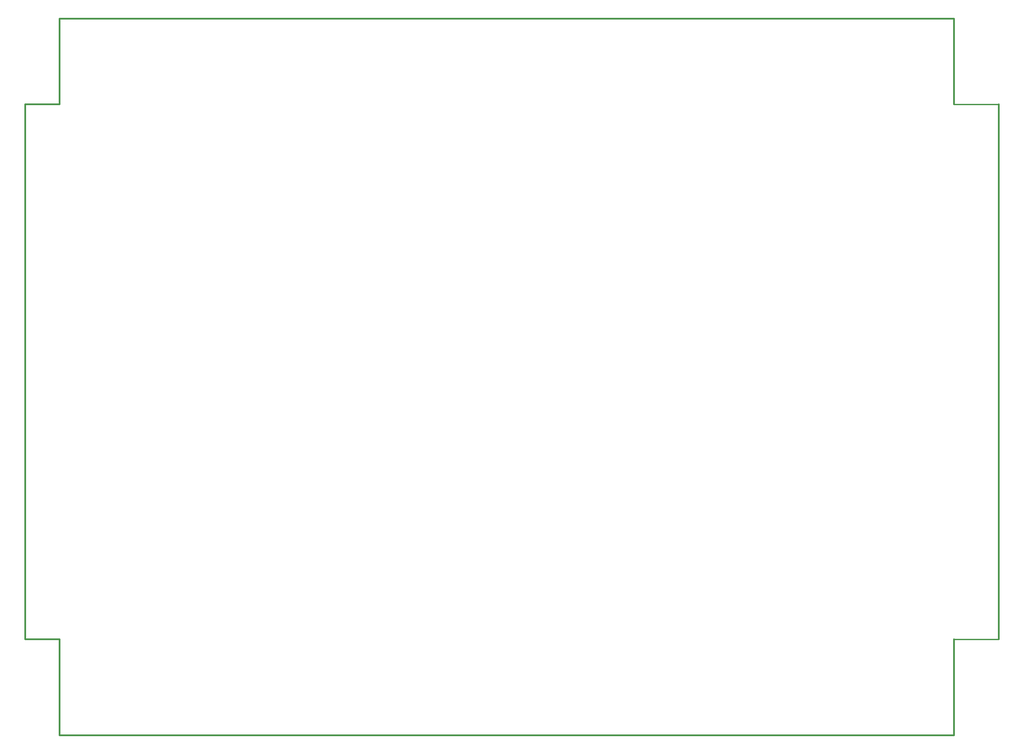
<source format=gko>
%FSLAX44Y44*%
%MOMM*%
G71*
G01*
G75*
G04 Layer_Color=16711935*
G04:AMPARAMS|DCode=10|XSize=1.1mm|YSize=1mm|CornerRadius=0.15mm|HoleSize=0mm|Usage=FLASHONLY|Rotation=0.000|XOffset=0mm|YOffset=0mm|HoleType=Round|Shape=RoundedRectangle|*
%AMROUNDEDRECTD10*
21,1,1.1000,0.7000,0,0,0.0*
21,1,0.8000,1.0000,0,0,0.0*
1,1,0.3000,0.4000,-0.3500*
1,1,0.3000,-0.4000,-0.3500*
1,1,0.3000,-0.4000,0.3500*
1,1,0.3000,0.4000,0.3500*
%
%ADD10ROUNDEDRECTD10*%
G04:AMPARAMS|DCode=11|XSize=1.1mm|YSize=1mm|CornerRadius=0.15mm|HoleSize=0mm|Usage=FLASHONLY|Rotation=270.000|XOffset=0mm|YOffset=0mm|HoleType=Round|Shape=RoundedRectangle|*
%AMROUNDEDRECTD11*
21,1,1.1000,0.7000,0,0,270.0*
21,1,0.8000,1.0000,0,0,270.0*
1,1,0.3000,-0.3500,-0.4000*
1,1,0.3000,-0.3500,0.4000*
1,1,0.3000,0.3500,0.4000*
1,1,0.3000,0.3500,-0.4000*
%
%ADD11ROUNDEDRECTD11*%
G04:AMPARAMS|DCode=12|XSize=1.4mm|YSize=3mm|CornerRadius=0.21mm|HoleSize=0mm|Usage=FLASHONLY|Rotation=270.000|XOffset=0mm|YOffset=0mm|HoleType=Round|Shape=RoundedRectangle|*
%AMROUNDEDRECTD12*
21,1,1.4000,2.5800,0,0,270.0*
21,1,0.9800,3.0000,0,0,270.0*
1,1,0.4200,-1.2900,-0.4900*
1,1,0.4200,-1.2900,0.4900*
1,1,0.4200,1.2900,0.4900*
1,1,0.4200,1.2900,-0.4900*
%
%ADD12ROUNDEDRECTD12*%
%ADD13O,0.8000X1.5000*%
%ADD14R,0.8000X1.5000*%
%ADD15O,1.5000X0.8000*%
%ADD16R,1.5000X0.8000*%
G04:AMPARAMS|DCode=17|XSize=0.35mm|YSize=0.9mm|CornerRadius=0.0525mm|HoleSize=0mm|Usage=FLASHONLY|Rotation=90.000|XOffset=0mm|YOffset=0mm|HoleType=Round|Shape=RoundedRectangle|*
%AMROUNDEDRECTD17*
21,1,0.3500,0.7950,0,0,90.0*
21,1,0.2450,0.9000,0,0,90.0*
1,1,0.1050,0.3975,0.1225*
1,1,0.1050,0.3975,-0.1225*
1,1,0.1050,-0.3975,-0.1225*
1,1,0.1050,-0.3975,0.1225*
%
%ADD17ROUNDEDRECTD17*%
G04:AMPARAMS|DCode=18|XSize=3.3mm|YSize=1.1mm|CornerRadius=0.165mm|HoleSize=0mm|Usage=FLASHONLY|Rotation=270.000|XOffset=0mm|YOffset=0mm|HoleType=Round|Shape=RoundedRectangle|*
%AMROUNDEDRECTD18*
21,1,3.3000,0.7700,0,0,270.0*
21,1,2.9700,1.1000,0,0,270.0*
1,1,0.3300,-0.3850,-1.4850*
1,1,0.3300,-0.3850,1.4850*
1,1,0.3300,0.3850,1.4850*
1,1,0.3300,0.3850,-1.4850*
%
%ADD18ROUNDEDRECTD18*%
G04:AMPARAMS|DCode=19|XSize=0.65mm|YSize=1.4mm|CornerRadius=0.0975mm|HoleSize=0mm|Usage=FLASHONLY|Rotation=0.000|XOffset=0mm|YOffset=0mm|HoleType=Round|Shape=RoundedRectangle|*
%AMROUNDEDRECTD19*
21,1,0.6500,1.2050,0,0,0.0*
21,1,0.4550,1.4000,0,0,0.0*
1,1,0.1950,0.2275,-0.6025*
1,1,0.1950,-0.2275,-0.6025*
1,1,0.1950,-0.2275,0.6025*
1,1,0.1950,0.2275,0.6025*
%
%ADD19ROUNDEDRECTD19*%
G04:AMPARAMS|DCode=20|XSize=2.7mm|YSize=1.6mm|CornerRadius=0.08mm|HoleSize=0mm|Usage=FLASHONLY|Rotation=90.000|XOffset=0mm|YOffset=0mm|HoleType=Round|Shape=RoundedRectangle|*
%AMROUNDEDRECTD20*
21,1,2.7000,1.4400,0,0,90.0*
21,1,2.5400,1.6000,0,0,90.0*
1,1,0.1600,0.7200,1.2700*
1,1,0.1600,0.7200,-1.2700*
1,1,0.1600,-0.7200,-1.2700*
1,1,0.1600,-0.7200,1.2700*
%
%ADD20ROUNDEDRECTD20*%
G04:AMPARAMS|DCode=21|XSize=2.7mm|YSize=1.6mm|CornerRadius=0mm|HoleSize=0mm|Usage=FLASHONLY|Rotation=90.000|XOffset=0mm|YOffset=0mm|HoleType=Round|Shape=Octagon|*
%AMOCTAGOND21*
4,1,8,0.4000,1.3500,-0.4000,1.3500,-0.8000,0.9500,-0.8000,-0.9500,-0.4000,-1.3500,0.4000,-1.3500,0.8000,-0.9500,0.8000,0.9500,0.4000,1.3500,0.0*
%
%ADD21OCTAGOND21*%

G04:AMPARAMS|DCode=22|XSize=0.9mm|YSize=3.05mm|CornerRadius=0.135mm|HoleSize=0mm|Usage=FLASHONLY|Rotation=90.000|XOffset=0mm|YOffset=0mm|HoleType=Round|Shape=RoundedRectangle|*
%AMROUNDEDRECTD22*
21,1,0.9000,2.7800,0,0,90.0*
21,1,0.6300,3.0500,0,0,90.0*
1,1,0.2700,1.3900,0.3150*
1,1,0.2700,1.3900,-0.3150*
1,1,0.2700,-1.3900,-0.3150*
1,1,0.2700,-1.3900,0.3150*
%
%ADD22ROUNDEDRECTD22*%
G04:AMPARAMS|DCode=23|XSize=5.55mm|YSize=6.5mm|CornerRadius=0.2775mm|HoleSize=0mm|Usage=FLASHONLY|Rotation=90.000|XOffset=0mm|YOffset=0mm|HoleType=Round|Shape=RoundedRectangle|*
%AMROUNDEDRECTD23*
21,1,5.5500,5.9450,0,0,90.0*
21,1,4.9950,6.5000,0,0,90.0*
1,1,0.5550,2.9725,2.4975*
1,1,0.5550,2.9725,-2.4975*
1,1,0.5550,-2.9725,-2.4975*
1,1,0.5550,-2.9725,2.4975*
%
%ADD23ROUNDEDRECTD23*%
G04:AMPARAMS|DCode=24|XSize=2.8mm|YSize=3.4mm|CornerRadius=0.42mm|HoleSize=0mm|Usage=FLASHONLY|Rotation=180.000|XOffset=0mm|YOffset=0mm|HoleType=Round|Shape=RoundedRectangle|*
%AMROUNDEDRECTD24*
21,1,2.8000,2.5600,0,0,180.0*
21,1,1.9600,3.4000,0,0,180.0*
1,1,0.8400,-0.9800,1.2800*
1,1,0.8400,0.9800,1.2800*
1,1,0.8400,0.9800,-1.2800*
1,1,0.8400,-0.9800,-1.2800*
%
%ADD24ROUNDEDRECTD24*%
G04:AMPARAMS|DCode=25|XSize=5.6mm|YSize=6.8mm|CornerRadius=0.28mm|HoleSize=0mm|Usage=FLASHONLY|Rotation=270.000|XOffset=0mm|YOffset=0mm|HoleType=Round|Shape=RoundedRectangle|*
%AMROUNDEDRECTD25*
21,1,5.6000,6.2400,0,0,270.0*
21,1,5.0400,6.8000,0,0,270.0*
1,1,0.5600,-3.1200,-2.5200*
1,1,0.5600,-3.1200,2.5200*
1,1,0.5600,3.1200,2.5200*
1,1,0.5600,3.1200,-2.5200*
%
%ADD25ROUNDEDRECTD25*%
G04:AMPARAMS|DCode=26|XSize=1.3mm|YSize=3.35mm|CornerRadius=0.195mm|HoleSize=0mm|Usage=FLASHONLY|Rotation=270.000|XOffset=0mm|YOffset=0mm|HoleType=Round|Shape=RoundedRectangle|*
%AMROUNDEDRECTD26*
21,1,1.3000,2.9600,0,0,270.0*
21,1,0.9100,3.3500,0,0,270.0*
1,1,0.3900,-1.4800,-0.4550*
1,1,0.3900,-1.4800,0.4550*
1,1,0.3900,1.4800,0.4550*
1,1,0.3900,1.4800,-0.4550*
%
%ADD26ROUNDEDRECTD26*%
G04:AMPARAMS|DCode=27|XSize=1.4mm|YSize=4.1mm|CornerRadius=0.21mm|HoleSize=0mm|Usage=FLASHONLY|Rotation=270.000|XOffset=0mm|YOffset=0mm|HoleType=Round|Shape=RoundedRectangle|*
%AMROUNDEDRECTD27*
21,1,1.4000,3.6800,0,0,270.0*
21,1,0.9800,4.1000,0,0,270.0*
1,1,0.4200,-1.8400,-0.4900*
1,1,0.4200,-1.8400,0.4900*
1,1,0.4200,1.8400,0.4900*
1,1,0.4200,1.8400,-0.4900*
%
%ADD27ROUNDEDRECTD27*%
G04:AMPARAMS|DCode=28|XSize=1.3mm|YSize=1mm|CornerRadius=0.15mm|HoleSize=0mm|Usage=FLASHONLY|Rotation=270.000|XOffset=0mm|YOffset=0mm|HoleType=Round|Shape=RoundedRectangle|*
%AMROUNDEDRECTD28*
21,1,1.3000,0.7000,0,0,270.0*
21,1,1.0000,1.0000,0,0,270.0*
1,1,0.3000,-0.3500,-0.5000*
1,1,0.3000,-0.3500,0.5000*
1,1,0.3000,0.3500,0.5000*
1,1,0.3000,0.3500,-0.5000*
%
%ADD28ROUNDEDRECTD28*%
%ADD29C,2.0000*%
%ADD30C,0.3000*%
%ADD31C,0.5000*%
%ADD32C,0.7500*%
%ADD33C,0.4000*%
%ADD34C,0.2000*%
%ADD35C,1.0000*%
%ADD36C,0.3100*%
%ADD37C,1.8000*%
G04:AMPARAMS|DCode=38|XSize=1.8mm|YSize=1.8mm|CornerRadius=0.27mm|HoleSize=0mm|Usage=FLASHONLY|Rotation=0.000|XOffset=0mm|YOffset=0mm|HoleType=Round|Shape=RoundedRectangle|*
%AMROUNDEDRECTD38*
21,1,1.8000,1.2600,0,0,0.0*
21,1,1.2600,1.8000,0,0,0.0*
1,1,0.5400,0.6300,-0.6300*
1,1,0.5400,-0.6300,-0.6300*
1,1,0.5400,-0.6300,0.6300*
1,1,0.5400,0.6300,0.6300*
%
%ADD38ROUNDEDRECTD38*%
%ADD39O,1.5000X2.5000*%
G04:AMPARAMS|DCode=40|XSize=1.8mm|YSize=1.8mm|CornerRadius=0.45mm|HoleSize=0mm|Usage=FLASHONLY|Rotation=90.000|XOffset=0mm|YOffset=0mm|HoleType=Round|Shape=RoundedRectangle|*
%AMROUNDEDRECTD40*
21,1,1.8000,0.9000,0,0,90.0*
21,1,0.9000,1.8000,0,0,90.0*
1,1,0.9000,0.4500,0.4500*
1,1,0.9000,0.4500,-0.4500*
1,1,0.9000,-0.4500,-0.4500*
1,1,0.9000,-0.4500,0.4500*
%
%ADD40ROUNDEDRECTD40*%
%ADD41C,2.5000*%
G04:AMPARAMS|DCode=42|XSize=2.5mm|YSize=2.5mm|CornerRadius=0.375mm|HoleSize=0mm|Usage=FLASHONLY|Rotation=180.000|XOffset=0mm|YOffset=0mm|HoleType=Round|Shape=RoundedRectangle|*
%AMROUNDEDRECTD42*
21,1,2.5000,1.7500,0,0,180.0*
21,1,1.7500,2.5000,0,0,180.0*
1,1,0.7500,-0.8750,0.8750*
1,1,0.7500,0.8750,0.8750*
1,1,0.7500,0.8750,-0.8750*
1,1,0.7500,-0.8750,-0.8750*
%
%ADD42ROUNDEDRECTD42*%
G04:AMPARAMS|DCode=43|XSize=1.8mm|YSize=1.8mm|CornerRadius=0.45mm|HoleSize=0mm|Usage=FLASHONLY|Rotation=180.000|XOffset=0mm|YOffset=0mm|HoleType=Round|Shape=RoundedRectangle|*
%AMROUNDEDRECTD43*
21,1,1.8000,0.9000,0,0,180.0*
21,1,0.9000,1.8000,0,0,180.0*
1,1,0.9000,-0.4500,0.4500*
1,1,0.9000,0.4500,0.4500*
1,1,0.9000,0.4500,-0.4500*
1,1,0.9000,-0.4500,-0.4500*
%
%ADD43ROUNDEDRECTD43*%
G04:AMPARAMS|DCode=44|XSize=6.5mm|YSize=3.6mm|CornerRadius=1.26mm|HoleSize=0mm|Usage=FLASHONLY|Rotation=180.000|XOffset=0mm|YOffset=0mm|HoleType=Round|Shape=RoundedRectangle|*
%AMROUNDEDRECTD44*
21,1,6.5000,1.0800,0,0,180.0*
21,1,3.9800,3.6000,0,0,180.0*
1,1,2.5200,-1.9900,0.5400*
1,1,2.5200,1.9900,0.5400*
1,1,2.5200,1.9900,-0.5400*
1,1,2.5200,-1.9900,-0.5400*
%
%ADD44ROUNDEDRECTD44*%
%ADD45R,1.5000X1.5000*%
%ADD46C,1.5000*%
%ADD47C,3.8000*%
%ADD48C,1.6000*%
%ADD49R,1.6000X1.6000*%
G04:AMPARAMS|DCode=50|XSize=1.4mm|YSize=1.4mm|CornerRadius=0.21mm|HoleSize=0mm|Usage=FLASHONLY|Rotation=0.000|XOffset=0mm|YOffset=0mm|HoleType=Round|Shape=RoundedRectangle|*
%AMROUNDEDRECTD50*
21,1,1.4000,0.9800,0,0,0.0*
21,1,0.9800,1.4000,0,0,0.0*
1,1,0.4200,0.4900,-0.4900*
1,1,0.4200,-0.4900,-0.4900*
1,1,0.4200,-0.4900,0.4900*
1,1,0.4200,0.4900,0.4900*
%
%ADD50ROUNDEDRECTD50*%
%ADD51C,1.4000*%
G04:AMPARAMS|DCode=52|XSize=6.5mm|YSize=3.6mm|CornerRadius=1.26mm|HoleSize=0mm|Usage=FLASHONLY|Rotation=270.000|XOffset=0mm|YOffset=0mm|HoleType=Round|Shape=RoundedRectangle|*
%AMROUNDEDRECTD52*
21,1,6.5000,1.0800,0,0,270.0*
21,1,3.9800,3.6000,0,0,270.0*
1,1,2.5200,-0.5400,-1.9900*
1,1,2.5200,-0.5400,1.9900*
1,1,2.5200,0.5400,1.9900*
1,1,2.5200,0.5400,-1.9900*
%
%ADD52ROUNDEDRECTD52*%
G04:AMPARAMS|DCode=53|XSize=1.4mm|YSize=1.4mm|CornerRadius=0.21mm|HoleSize=0mm|Usage=FLASHONLY|Rotation=90.000|XOffset=0mm|YOffset=0mm|HoleType=Round|Shape=RoundedRectangle|*
%AMROUNDEDRECTD53*
21,1,1.4000,0.9800,0,0,90.0*
21,1,0.9800,1.4000,0,0,90.0*
1,1,0.4200,0.4900,0.4900*
1,1,0.4200,0.4900,-0.4900*
1,1,0.4200,-0.4900,-0.4900*
1,1,0.4200,-0.4900,0.4900*
%
%ADD53ROUNDEDRECTD53*%
%ADD54C,8.0000*%
%ADD55C,1.0000*%
%ADD56C,1.7000*%
%ADD57C,0.1500*%
%ADD58C,0.2500*%
%ADD59C,0.2540*%
%ADD60C,0.1000*%
%ADD61C,0.1800*%
G04:AMPARAMS|DCode=62|XSize=1.3mm|YSize=1.2mm|CornerRadius=0.25mm|HoleSize=0mm|Usage=FLASHONLY|Rotation=0.000|XOffset=0mm|YOffset=0mm|HoleType=Round|Shape=RoundedRectangle|*
%AMROUNDEDRECTD62*
21,1,1.3000,0.7000,0,0,0.0*
21,1,0.8000,1.2000,0,0,0.0*
1,1,0.5000,0.4000,-0.3500*
1,1,0.5000,-0.4000,-0.3500*
1,1,0.5000,-0.4000,0.3500*
1,1,0.5000,0.4000,0.3500*
%
%ADD62ROUNDEDRECTD62*%
G04:AMPARAMS|DCode=63|XSize=1.3mm|YSize=1.2mm|CornerRadius=0.25mm|HoleSize=0mm|Usage=FLASHONLY|Rotation=270.000|XOffset=0mm|YOffset=0mm|HoleType=Round|Shape=RoundedRectangle|*
%AMROUNDEDRECTD63*
21,1,1.3000,0.7000,0,0,270.0*
21,1,0.8000,1.2000,0,0,270.0*
1,1,0.5000,-0.3500,-0.4000*
1,1,0.5000,-0.3500,0.4000*
1,1,0.5000,0.3500,0.4000*
1,1,0.5000,0.3500,-0.4000*
%
%ADD63ROUNDEDRECTD63*%
G04:AMPARAMS|DCode=64|XSize=1.6mm|YSize=3.2mm|CornerRadius=0.31mm|HoleSize=0mm|Usage=FLASHONLY|Rotation=270.000|XOffset=0mm|YOffset=0mm|HoleType=Round|Shape=RoundedRectangle|*
%AMROUNDEDRECTD64*
21,1,1.6000,2.5800,0,0,270.0*
21,1,0.9800,3.2000,0,0,270.0*
1,1,0.6200,-1.2900,-0.4900*
1,1,0.6200,-1.2900,0.4900*
1,1,0.6200,1.2900,0.4900*
1,1,0.6200,1.2900,-0.4900*
%
%ADD64ROUNDEDRECTD64*%
%ADD65O,1.0000X1.7000*%
%ADD66R,1.0000X1.7000*%
%ADD67O,1.7000X1.0000*%
%ADD68R,1.7000X1.0000*%
G04:AMPARAMS|DCode=69|XSize=0.55mm|YSize=1.1mm|CornerRadius=0.1525mm|HoleSize=0mm|Usage=FLASHONLY|Rotation=90.000|XOffset=0mm|YOffset=0mm|HoleType=Round|Shape=RoundedRectangle|*
%AMROUNDEDRECTD69*
21,1,0.5500,0.7950,0,0,90.0*
21,1,0.2450,1.1000,0,0,90.0*
1,1,0.3050,0.3975,0.1225*
1,1,0.3050,0.3975,-0.1225*
1,1,0.3050,-0.3975,-0.1225*
1,1,0.3050,-0.3975,0.1225*
%
%ADD69ROUNDEDRECTD69*%
G04:AMPARAMS|DCode=70|XSize=3.5mm|YSize=1.3mm|CornerRadius=0.265mm|HoleSize=0mm|Usage=FLASHONLY|Rotation=270.000|XOffset=0mm|YOffset=0mm|HoleType=Round|Shape=RoundedRectangle|*
%AMROUNDEDRECTD70*
21,1,3.5000,0.7700,0,0,270.0*
21,1,2.9700,1.3000,0,0,270.0*
1,1,0.5300,-0.3850,-1.4850*
1,1,0.5300,-0.3850,1.4850*
1,1,0.5300,0.3850,1.4850*
1,1,0.5300,0.3850,-1.4850*
%
%ADD70ROUNDEDRECTD70*%
G04:AMPARAMS|DCode=71|XSize=0.85mm|YSize=1.6mm|CornerRadius=0.1975mm|HoleSize=0mm|Usage=FLASHONLY|Rotation=0.000|XOffset=0mm|YOffset=0mm|HoleType=Round|Shape=RoundedRectangle|*
%AMROUNDEDRECTD71*
21,1,0.8500,1.2050,0,0,0.0*
21,1,0.4550,1.6000,0,0,0.0*
1,1,0.3950,0.2275,-0.6025*
1,1,0.3950,-0.2275,-0.6025*
1,1,0.3950,-0.2275,0.6025*
1,1,0.3950,0.2275,0.6025*
%
%ADD71ROUNDEDRECTD71*%
G04:AMPARAMS|DCode=72|XSize=2.9mm|YSize=1.8mm|CornerRadius=0.18mm|HoleSize=0mm|Usage=FLASHONLY|Rotation=90.000|XOffset=0mm|YOffset=0mm|HoleType=Round|Shape=RoundedRectangle|*
%AMROUNDEDRECTD72*
21,1,2.9000,1.4400,0,0,90.0*
21,1,2.5400,1.8000,0,0,90.0*
1,1,0.3600,0.7200,1.2700*
1,1,0.3600,0.7200,-1.2700*
1,1,0.3600,-0.7200,-1.2700*
1,1,0.3600,-0.7200,1.2700*
%
%ADD72ROUNDEDRECTD72*%
G04:AMPARAMS|DCode=73|XSize=2.9mm|YSize=1.8mm|CornerRadius=0mm|HoleSize=0mm|Usage=FLASHONLY|Rotation=90.000|XOffset=0mm|YOffset=0mm|HoleType=Round|Shape=Octagon|*
%AMOCTAGOND73*
4,1,8,0.4500,1.4500,-0.4500,1.4500,-0.9000,1.0000,-0.9000,-1.0000,-0.4500,-1.4500,0.4500,-1.4500,0.9000,-1.0000,0.9000,1.0000,0.4500,1.4500,0.0*
%
%ADD73OCTAGOND73*%

G04:AMPARAMS|DCode=74|XSize=1.1mm|YSize=3.25mm|CornerRadius=0.235mm|HoleSize=0mm|Usage=FLASHONLY|Rotation=90.000|XOffset=0mm|YOffset=0mm|HoleType=Round|Shape=RoundedRectangle|*
%AMROUNDEDRECTD74*
21,1,1.1000,2.7800,0,0,90.0*
21,1,0.6300,3.2500,0,0,90.0*
1,1,0.4700,1.3900,0.3150*
1,1,0.4700,1.3900,-0.3150*
1,1,0.4700,-1.3900,-0.3150*
1,1,0.4700,-1.3900,0.3150*
%
%ADD74ROUNDEDRECTD74*%
G04:AMPARAMS|DCode=75|XSize=5.75mm|YSize=6.7mm|CornerRadius=0.3775mm|HoleSize=0mm|Usage=FLASHONLY|Rotation=90.000|XOffset=0mm|YOffset=0mm|HoleType=Round|Shape=RoundedRectangle|*
%AMROUNDEDRECTD75*
21,1,5.7500,5.9450,0,0,90.0*
21,1,4.9950,6.7000,0,0,90.0*
1,1,0.7550,2.9725,2.4975*
1,1,0.7550,2.9725,-2.4975*
1,1,0.7550,-2.9725,-2.4975*
1,1,0.7550,-2.9725,2.4975*
%
%ADD75ROUNDEDRECTD75*%
G04:AMPARAMS|DCode=76|XSize=3mm|YSize=3.6mm|CornerRadius=0.52mm|HoleSize=0mm|Usage=FLASHONLY|Rotation=180.000|XOffset=0mm|YOffset=0mm|HoleType=Round|Shape=RoundedRectangle|*
%AMROUNDEDRECTD76*
21,1,3.0000,2.5600,0,0,180.0*
21,1,1.9600,3.6000,0,0,180.0*
1,1,1.0400,-0.9800,1.2800*
1,1,1.0400,0.9800,1.2800*
1,1,1.0400,0.9800,-1.2800*
1,1,1.0400,-0.9800,-1.2800*
%
%ADD76ROUNDEDRECTD76*%
G04:AMPARAMS|DCode=77|XSize=5.8mm|YSize=7mm|CornerRadius=0.38mm|HoleSize=0mm|Usage=FLASHONLY|Rotation=270.000|XOffset=0mm|YOffset=0mm|HoleType=Round|Shape=RoundedRectangle|*
%AMROUNDEDRECTD77*
21,1,5.8000,6.2400,0,0,270.0*
21,1,5.0400,7.0000,0,0,270.0*
1,1,0.7600,-3.1200,-2.5200*
1,1,0.7600,-3.1200,2.5200*
1,1,0.7600,3.1200,2.5200*
1,1,0.7600,3.1200,-2.5200*
%
%ADD77ROUNDEDRECTD77*%
G04:AMPARAMS|DCode=78|XSize=1.5mm|YSize=3.55mm|CornerRadius=0.295mm|HoleSize=0mm|Usage=FLASHONLY|Rotation=270.000|XOffset=0mm|YOffset=0mm|HoleType=Round|Shape=RoundedRectangle|*
%AMROUNDEDRECTD78*
21,1,1.5000,2.9600,0,0,270.0*
21,1,0.9100,3.5500,0,0,270.0*
1,1,0.5900,-1.4800,-0.4550*
1,1,0.5900,-1.4800,0.4550*
1,1,0.5900,1.4800,0.4550*
1,1,0.5900,1.4800,-0.4550*
%
%ADD78ROUNDEDRECTD78*%
G04:AMPARAMS|DCode=79|XSize=1.6mm|YSize=4.3mm|CornerRadius=0.31mm|HoleSize=0mm|Usage=FLASHONLY|Rotation=270.000|XOffset=0mm|YOffset=0mm|HoleType=Round|Shape=RoundedRectangle|*
%AMROUNDEDRECTD79*
21,1,1.6000,3.6800,0,0,270.0*
21,1,0.9800,4.3000,0,0,270.0*
1,1,0.6200,-1.8400,-0.4900*
1,1,0.6200,-1.8400,0.4900*
1,1,0.6200,1.8400,0.4900*
1,1,0.6200,1.8400,-0.4900*
%
%ADD79ROUNDEDRECTD79*%
G04:AMPARAMS|DCode=80|XSize=1.5mm|YSize=1.2mm|CornerRadius=0.25mm|HoleSize=0mm|Usage=FLASHONLY|Rotation=270.000|XOffset=0mm|YOffset=0mm|HoleType=Round|Shape=RoundedRectangle|*
%AMROUNDEDRECTD80*
21,1,1.5000,0.7000,0,0,270.0*
21,1,1.0000,1.2000,0,0,270.0*
1,1,0.5000,-0.3500,-0.5000*
1,1,0.5000,-0.3500,0.5000*
1,1,0.5000,0.3500,0.5000*
1,1,0.5000,0.3500,-0.5000*
%
%ADD80ROUNDEDRECTD80*%
G04:AMPARAMS|DCode=81|XSize=1.3032mm|YSize=1.2032mm|CornerRadius=0.2516mm|HoleSize=0mm|Usage=FLASHONLY|Rotation=0.000|XOffset=0mm|YOffset=0mm|HoleType=Round|Shape=RoundedRectangle|*
%AMROUNDEDRECTD81*
21,1,1.3032,0.7000,0,0,0.0*
21,1,0.8000,1.2032,0,0,0.0*
1,1,0.5032,0.4000,-0.3500*
1,1,0.5032,-0.4000,-0.3500*
1,1,0.5032,-0.4000,0.3500*
1,1,0.5032,0.4000,0.3500*
%
%ADD81ROUNDEDRECTD81*%
G04:AMPARAMS|DCode=82|XSize=1.3032mm|YSize=1.2032mm|CornerRadius=0.2516mm|HoleSize=0mm|Usage=FLASHONLY|Rotation=270.000|XOffset=0mm|YOffset=0mm|HoleType=Round|Shape=RoundedRectangle|*
%AMROUNDEDRECTD82*
21,1,1.3032,0.7000,0,0,270.0*
21,1,0.8000,1.2032,0,0,270.0*
1,1,0.5032,-0.3500,-0.4000*
1,1,0.5032,-0.3500,0.4000*
1,1,0.5032,0.3500,0.4000*
1,1,0.5032,0.3500,-0.4000*
%
%ADD82ROUNDEDRECTD82*%
G04:AMPARAMS|DCode=83|XSize=1.6032mm|YSize=3.2032mm|CornerRadius=0.3116mm|HoleSize=0mm|Usage=FLASHONLY|Rotation=270.000|XOffset=0mm|YOffset=0mm|HoleType=Round|Shape=RoundedRectangle|*
%AMROUNDEDRECTD83*
21,1,1.6032,2.5800,0,0,270.0*
21,1,0.9800,3.2032,0,0,270.0*
1,1,0.6232,-1.2900,-0.4900*
1,1,0.6232,-1.2900,0.4900*
1,1,0.6232,1.2900,0.4900*
1,1,0.6232,1.2900,-0.4900*
%
%ADD83ROUNDEDRECTD83*%
%ADD84O,1.0032X1.7032*%
%ADD85R,1.0032X1.7032*%
%ADD86O,1.7032X1.0032*%
%ADD87R,1.7032X1.0032*%
G04:AMPARAMS|DCode=88|XSize=0.5532mm|YSize=1.1032mm|CornerRadius=0.1541mm|HoleSize=0mm|Usage=FLASHONLY|Rotation=90.000|XOffset=0mm|YOffset=0mm|HoleType=Round|Shape=RoundedRectangle|*
%AMROUNDEDRECTD88*
21,1,0.5532,0.7950,0,0,90.0*
21,1,0.2450,1.1032,0,0,90.0*
1,1,0.3082,0.3975,0.1225*
1,1,0.3082,0.3975,-0.1225*
1,1,0.3082,-0.3975,-0.1225*
1,1,0.3082,-0.3975,0.1225*
%
%ADD88ROUNDEDRECTD88*%
G04:AMPARAMS|DCode=89|XSize=3.5032mm|YSize=1.3032mm|CornerRadius=0.2666mm|HoleSize=0mm|Usage=FLASHONLY|Rotation=270.000|XOffset=0mm|YOffset=0mm|HoleType=Round|Shape=RoundedRectangle|*
%AMROUNDEDRECTD89*
21,1,3.5032,0.7700,0,0,270.0*
21,1,2.9700,1.3032,0,0,270.0*
1,1,0.5332,-0.3850,-1.4850*
1,1,0.5332,-0.3850,1.4850*
1,1,0.5332,0.3850,1.4850*
1,1,0.5332,0.3850,-1.4850*
%
%ADD89ROUNDEDRECTD89*%
G04:AMPARAMS|DCode=90|XSize=0.8532mm|YSize=1.6032mm|CornerRadius=0.1991mm|HoleSize=0mm|Usage=FLASHONLY|Rotation=0.000|XOffset=0mm|YOffset=0mm|HoleType=Round|Shape=RoundedRectangle|*
%AMROUNDEDRECTD90*
21,1,0.8532,1.2050,0,0,0.0*
21,1,0.4550,1.6032,0,0,0.0*
1,1,0.3982,0.2275,-0.6025*
1,1,0.3982,-0.2275,-0.6025*
1,1,0.3982,-0.2275,0.6025*
1,1,0.3982,0.2275,0.6025*
%
%ADD90ROUNDEDRECTD90*%
G04:AMPARAMS|DCode=91|XSize=2.9032mm|YSize=1.8032mm|CornerRadius=0.1816mm|HoleSize=0mm|Usage=FLASHONLY|Rotation=90.000|XOffset=0mm|YOffset=0mm|HoleType=Round|Shape=RoundedRectangle|*
%AMROUNDEDRECTD91*
21,1,2.9032,1.4400,0,0,90.0*
21,1,2.5400,1.8032,0,0,90.0*
1,1,0.3632,0.7200,1.2700*
1,1,0.3632,0.7200,-1.2700*
1,1,0.3632,-0.7200,-1.2700*
1,1,0.3632,-0.7200,1.2700*
%
%ADD91ROUNDEDRECTD91*%
G04:AMPARAMS|DCode=92|XSize=2.9032mm|YSize=1.8032mm|CornerRadius=0mm|HoleSize=0mm|Usage=FLASHONLY|Rotation=90.000|XOffset=0mm|YOffset=0mm|HoleType=Round|Shape=Octagon|*
%AMOCTAGOND92*
4,1,8,0.4508,1.4516,-0.4508,1.4516,-0.9016,1.0008,-0.9016,-1.0008,-0.4508,-1.4516,0.4508,-1.4516,0.9016,-1.0008,0.9016,1.0008,0.4508,1.4516,0.0*
%
%ADD92OCTAGOND92*%

G04:AMPARAMS|DCode=93|XSize=1.1032mm|YSize=3.2532mm|CornerRadius=0.2366mm|HoleSize=0mm|Usage=FLASHONLY|Rotation=90.000|XOffset=0mm|YOffset=0mm|HoleType=Round|Shape=RoundedRectangle|*
%AMROUNDEDRECTD93*
21,1,1.1032,2.7800,0,0,90.0*
21,1,0.6300,3.2532,0,0,90.0*
1,1,0.4732,1.3900,0.3150*
1,1,0.4732,1.3900,-0.3150*
1,1,0.4732,-1.3900,-0.3150*
1,1,0.4732,-1.3900,0.3150*
%
%ADD93ROUNDEDRECTD93*%
G04:AMPARAMS|DCode=94|XSize=5.7532mm|YSize=6.7032mm|CornerRadius=0.3791mm|HoleSize=0mm|Usage=FLASHONLY|Rotation=90.000|XOffset=0mm|YOffset=0mm|HoleType=Round|Shape=RoundedRectangle|*
%AMROUNDEDRECTD94*
21,1,5.7532,5.9450,0,0,90.0*
21,1,4.9950,6.7032,0,0,90.0*
1,1,0.7582,2.9725,2.4975*
1,1,0.7582,2.9725,-2.4975*
1,1,0.7582,-2.9725,-2.4975*
1,1,0.7582,-2.9725,2.4975*
%
%ADD94ROUNDEDRECTD94*%
G04:AMPARAMS|DCode=95|XSize=3.0032mm|YSize=3.6032mm|CornerRadius=0.5216mm|HoleSize=0mm|Usage=FLASHONLY|Rotation=180.000|XOffset=0mm|YOffset=0mm|HoleType=Round|Shape=RoundedRectangle|*
%AMROUNDEDRECTD95*
21,1,3.0032,2.5600,0,0,180.0*
21,1,1.9600,3.6032,0,0,180.0*
1,1,1.0432,-0.9800,1.2800*
1,1,1.0432,0.9800,1.2800*
1,1,1.0432,0.9800,-1.2800*
1,1,1.0432,-0.9800,-1.2800*
%
%ADD95ROUNDEDRECTD95*%
G04:AMPARAMS|DCode=96|XSize=5.8032mm|YSize=7.0032mm|CornerRadius=0.3816mm|HoleSize=0mm|Usage=FLASHONLY|Rotation=270.000|XOffset=0mm|YOffset=0mm|HoleType=Round|Shape=RoundedRectangle|*
%AMROUNDEDRECTD96*
21,1,5.8032,6.2400,0,0,270.0*
21,1,5.0400,7.0032,0,0,270.0*
1,1,0.7632,-3.1200,-2.5200*
1,1,0.7632,-3.1200,2.5200*
1,1,0.7632,3.1200,2.5200*
1,1,0.7632,3.1200,-2.5200*
%
%ADD96ROUNDEDRECTD96*%
G04:AMPARAMS|DCode=97|XSize=1.5032mm|YSize=3.5532mm|CornerRadius=0.2966mm|HoleSize=0mm|Usage=FLASHONLY|Rotation=270.000|XOffset=0mm|YOffset=0mm|HoleType=Round|Shape=RoundedRectangle|*
%AMROUNDEDRECTD97*
21,1,1.5032,2.9600,0,0,270.0*
21,1,0.9100,3.5532,0,0,270.0*
1,1,0.5932,-1.4800,-0.4550*
1,1,0.5932,-1.4800,0.4550*
1,1,0.5932,1.4800,0.4550*
1,1,0.5932,1.4800,-0.4550*
%
%ADD97ROUNDEDRECTD97*%
G04:AMPARAMS|DCode=98|XSize=1.6032mm|YSize=4.3032mm|CornerRadius=0.3116mm|HoleSize=0mm|Usage=FLASHONLY|Rotation=270.000|XOffset=0mm|YOffset=0mm|HoleType=Round|Shape=RoundedRectangle|*
%AMROUNDEDRECTD98*
21,1,1.6032,3.6800,0,0,270.0*
21,1,0.9800,4.3032,0,0,270.0*
1,1,0.6232,-1.8400,-0.4900*
1,1,0.6232,-1.8400,0.4900*
1,1,0.6232,1.8400,0.4900*
1,1,0.6232,1.8400,-0.4900*
%
%ADD98ROUNDEDRECTD98*%
G04:AMPARAMS|DCode=99|XSize=1.5032mm|YSize=1.2032mm|CornerRadius=0.2516mm|HoleSize=0mm|Usage=FLASHONLY|Rotation=270.000|XOffset=0mm|YOffset=0mm|HoleType=Round|Shape=RoundedRectangle|*
%AMROUNDEDRECTD99*
21,1,1.5032,0.7000,0,0,270.0*
21,1,1.0000,1.2032,0,0,270.0*
1,1,0.5032,-0.3500,-0.5000*
1,1,0.5032,-0.3500,0.5000*
1,1,0.5032,0.3500,0.5000*
1,1,0.5032,0.3500,-0.5000*
%
%ADD99ROUNDEDRECTD99*%
%ADD100C,2.0032*%
G04:AMPARAMS|DCode=101|XSize=2.0032mm|YSize=2.0032mm|CornerRadius=0.3716mm|HoleSize=0mm|Usage=FLASHONLY|Rotation=0.000|XOffset=0mm|YOffset=0mm|HoleType=Round|Shape=RoundedRectangle|*
%AMROUNDEDRECTD101*
21,1,2.0032,1.2600,0,0,0.0*
21,1,1.2600,2.0032,0,0,0.0*
1,1,0.7432,0.6300,-0.6300*
1,1,0.7432,-0.6300,-0.6300*
1,1,0.7432,-0.6300,0.6300*
1,1,0.7432,0.6300,0.6300*
%
%ADD101ROUNDEDRECTD101*%
%ADD102O,1.7032X2.7032*%
G04:AMPARAMS|DCode=103|XSize=2.0032mm|YSize=2.0032mm|CornerRadius=0.5516mm|HoleSize=0mm|Usage=FLASHONLY|Rotation=90.000|XOffset=0mm|YOffset=0mm|HoleType=Round|Shape=RoundedRectangle|*
%AMROUNDEDRECTD103*
21,1,2.0032,0.9000,0,0,90.0*
21,1,0.9000,2.0032,0,0,90.0*
1,1,1.1032,0.4500,0.4500*
1,1,1.1032,0.4500,-0.4500*
1,1,1.1032,-0.4500,-0.4500*
1,1,1.1032,-0.4500,0.4500*
%
%ADD103ROUNDEDRECTD103*%
%ADD104C,2.7032*%
G04:AMPARAMS|DCode=105|XSize=2.7032mm|YSize=2.7032mm|CornerRadius=0.4766mm|HoleSize=0mm|Usage=FLASHONLY|Rotation=180.000|XOffset=0mm|YOffset=0mm|HoleType=Round|Shape=RoundedRectangle|*
%AMROUNDEDRECTD105*
21,1,2.7032,1.7500,0,0,180.0*
21,1,1.7500,2.7032,0,0,180.0*
1,1,0.9532,-0.8750,0.8750*
1,1,0.9532,0.8750,0.8750*
1,1,0.9532,0.8750,-0.8750*
1,1,0.9532,-0.8750,-0.8750*
%
%ADD105ROUNDEDRECTD105*%
G04:AMPARAMS|DCode=106|XSize=2.0032mm|YSize=2.0032mm|CornerRadius=0.5516mm|HoleSize=0mm|Usage=FLASHONLY|Rotation=180.000|XOffset=0mm|YOffset=0mm|HoleType=Round|Shape=RoundedRectangle|*
%AMROUNDEDRECTD106*
21,1,2.0032,0.9000,0,0,180.0*
21,1,0.9000,2.0032,0,0,180.0*
1,1,1.1032,-0.4500,0.4500*
1,1,1.1032,0.4500,0.4500*
1,1,1.1032,0.4500,-0.4500*
1,1,1.1032,-0.4500,-0.4500*
%
%ADD106ROUNDEDRECTD106*%
G04:AMPARAMS|DCode=107|XSize=6.7032mm|YSize=3.8032mm|CornerRadius=1.3616mm|HoleSize=0mm|Usage=FLASHONLY|Rotation=180.000|XOffset=0mm|YOffset=0mm|HoleType=Round|Shape=RoundedRectangle|*
%AMROUNDEDRECTD107*
21,1,6.7032,1.0800,0,0,180.0*
21,1,3.9800,3.8032,0,0,180.0*
1,1,2.7232,-1.9900,0.5400*
1,1,2.7232,1.9900,0.5400*
1,1,2.7232,1.9900,-0.5400*
1,1,2.7232,-1.9900,-0.5400*
%
%ADD107ROUNDEDRECTD107*%
%ADD108R,1.7032X1.7032*%
%ADD109C,1.7032*%
%ADD110C,4.0032*%
%ADD111C,1.8032*%
%ADD112R,1.8032X1.8032*%
G04:AMPARAMS|DCode=113|XSize=1.6032mm|YSize=1.6032mm|CornerRadius=0.3116mm|HoleSize=0mm|Usage=FLASHONLY|Rotation=0.000|XOffset=0mm|YOffset=0mm|HoleType=Round|Shape=RoundedRectangle|*
%AMROUNDEDRECTD113*
21,1,1.6032,0.9800,0,0,0.0*
21,1,0.9800,1.6032,0,0,0.0*
1,1,0.6232,0.4900,-0.4900*
1,1,0.6232,-0.4900,-0.4900*
1,1,0.6232,-0.4900,0.4900*
1,1,0.6232,0.4900,0.4900*
%
%ADD113ROUNDEDRECTD113*%
%ADD114C,1.6032*%
G04:AMPARAMS|DCode=115|XSize=6.7032mm|YSize=3.8032mm|CornerRadius=1.3616mm|HoleSize=0mm|Usage=FLASHONLY|Rotation=270.000|XOffset=0mm|YOffset=0mm|HoleType=Round|Shape=RoundedRectangle|*
%AMROUNDEDRECTD115*
21,1,6.7032,1.0800,0,0,270.0*
21,1,3.9800,3.8032,0,0,270.0*
1,1,2.7232,-0.5400,-1.9900*
1,1,2.7232,-0.5400,1.9900*
1,1,2.7232,0.5400,1.9900*
1,1,2.7232,0.5400,-1.9900*
%
%ADD115ROUNDEDRECTD115*%
G04:AMPARAMS|DCode=116|XSize=1.6032mm|YSize=1.6032mm|CornerRadius=0.3116mm|HoleSize=0mm|Usage=FLASHONLY|Rotation=90.000|XOffset=0mm|YOffset=0mm|HoleType=Round|Shape=RoundedRectangle|*
%AMROUNDEDRECTD116*
21,1,1.6032,0.9800,0,0,90.0*
21,1,0.9800,1.6032,0,0,90.0*
1,1,0.6232,0.4900,0.4900*
1,1,0.6232,0.4900,-0.4900*
1,1,0.6232,-0.4900,-0.4900*
1,1,0.6232,-0.4900,0.4900*
%
%ADD116ROUNDEDRECTD116*%
%ADD117C,8.2032*%
%ADD118C,1.2032*%
%ADD119C,1.9032*%
D30*
X330Y186700D02*
Y1228700D01*
X67330D01*
Y1395700D01*
X1809330D01*
Y1228700D02*
Y1395700D01*
X1896330Y186690D02*
Y1228700D01*
X67330Y-300D02*
X1809330D01*
X67330D02*
Y186700D01*
X330D02*
X67330D01*
X1809330Y-300D02*
Y186690D01*
D59*
Y1228700D02*
X1896330D01*
X1809330Y186690D02*
X1896330D01*
M02*

</source>
